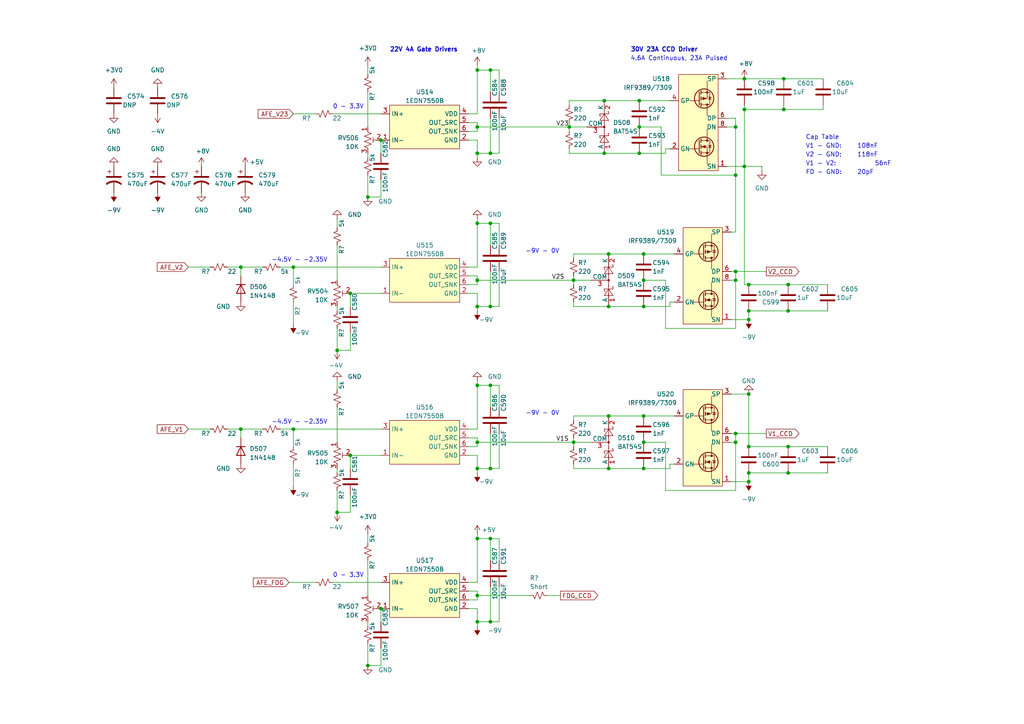
<source format=kicad_sch>
(kicad_sch (version 20230121) (generator eeschema)
  (paper "A4")
  (title_block (title "Sitina 1 CCD V Clock Drivers") (date "2023-08-17") (rev "R0.7") (company "Copyright 2023 AL") (comment 2 "MERCHANTABILITY, SATISFACTORY QUALITY AND FITNESS FOR A PARTICULAR PURPOSE.") (comment 3 "This source is distributed WITHOUT ANY EXPRESS OR IMPLIED WARRANTY, INCLUDING OF") (comment 4 "This source describes Open Hardware and is licensed under the CERN-OHL-P v2."))
  (lib_symbols
    (symbol "Device:C" (pin_numbers hide) (pin_names (offset 0.254))
      (property "Reference" "C" (at 0.635 2.54 0))
      (property "Value" "C" (at 0.635 -2.54 0))
      (symbol "C_1_1"
        (pin passive line (at 0 3.81 270) (length 2.794) (name "~") (number "1"))
        (pin passive line (at 0 -3.81 90) (length 2.794) (name "~") (number "2"))
      )
    )
    (symbol "Device:C_Polarized_US" (pin_numbers hide) (pin_names (offset 0.254) hide)
      (property "Reference" "C" (at 0.635 2.54 0))
      (property "Value" "C_Polarized_US" (at 0.635 -2.54 0))
      (symbol "C_Polarized_US_1_1"
        (pin passive line (at 0 3.81 270) (length 2.794) (name "~") (number "1"))
        (pin passive line (at 0 -3.81 90) (length 3.302) (name "~") (number "2"))
      )
    )
    (symbol "Device:D" (pin_numbers hide) (pin_names (offset 1.016) hide)
      (property "Reference" "D" (at 0 2.54 0))
      (property "Value" "D" (at 0 -2.54 0))
      (symbol "D_1_1"
        (pin passive line (at -3.81 0 0) (length 2.54) (name "K") (number "1"))
        (pin passive line (at 3.81 0 180) (length 2.54) (name "A") (number "2"))
      )
    )
    (symbol "Device:R_Potentiometer_Trim_US" (pin_names (offset 1.016) hide)
      (property "Reference" "RV" (at -4.445 0 90))
      (property "Value" "R_Potentiometer_Trim_US" (at -2.54 0 90))
      (symbol "R_Potentiometer_Trim_US_1_1"
        (pin passive line (at 0 3.81 270) (length 1.27) (name "1") (number "1"))
        (pin passive line (at 3.81 0 180) (length 1.27) (name "2") (number "2"))
        (pin passive line (at 0 -3.81 90) (length 1.27) (name "3") (number "3"))
      )
    )
    (symbol "Device:R_Small_US" (pin_numbers hide) (pin_names (offset 0.254) hide)
      (property "Reference" "R" (at 0.762 0.508 0))
      (property "Value" "R_Small_US" (at 0.762 -1.016 0))
      (symbol "R_Small_US_1_1"
        (pin passive line (at 0 2.54 270) (length 1.016) (name "~") (number "1"))
        (pin passive line (at 0 -2.54 90) (length 1.016) (name "~") (number "2"))
      )
    )
    (symbol "Diode:BAT54S" (pin_names (offset 0))
      (property "Reference" "D" (at 2.54 -5.08 0))
      (property "Value" "BAT54S" (at -6.35 3.175 0))
      (symbol "BAT54S_1_1"
        (pin passive line (at -7.62 0 0) (length 3.81) (name "A") (number "1"))
        (pin passive line (at 7.62 0 180) (length 3.81) (name "K") (number "2"))
        (pin passive line (at 0 -5.08 90) (length 5.08) (name "COM") (number "3"))
      )
    )
    (symbol "Sitina:-4V" (power) (pin_names (offset 0))
      (property "Value" "-4V" (at 0 3.556 0))
      (symbol "-4V_1_1"
        (pin power_in line (at 0 0 90) (length 0) hide (name "-4V") (number "1"))
      )
    )
    (symbol "power:+3V0" (power) (pin_names (offset 0))
      (property "Value" "+3V0" (at 0 3.556 0))
      (symbol "+3V0_1_1"
        (pin power_in line (at 0 0 90) (length 0) hide (name "+3V0") (number "1"))
      )
    )
    (symbol "power:+5V" (power) (pin_names (offset 0))
      (property "Value" "+5V" (at 0 3.556 0))
      (symbol "+5V_1_1"
        (pin power_in line (at 0 0 90) (length 0) hide (name "+5V") (number "1"))
      )
    )
    (symbol "power:+8V" (power) (pin_names (offset 0))
      (property "Value" "+8V" (at 0 3.556 0))
      (symbol "+8V_1_1"
        (pin power_in line (at 0 0 90) (length 0) hide (name "+8V") (number "1"))
      )
    )
    (symbol "power:-9V" (power) (pin_names (offset 0))
      (property "Value" "-9V" (at 0 3.81 0))
      (symbol "-9V_1_1"
        (pin power_in line (at 0 0 90) (length 0) hide (name "-9V") (number "1"))
      )
    )
    (symbol "power:GND" (power) (pin_names (offset 0))
      (property "Value" "GND" (at 0 -3.81 0))
      (symbol "GND_1_1"
        (pin power_in line (at 0 0 270) (length 0) hide (name "GND") (number "1"))
      )
    )
    (symbol "symbols:1EDNx550B"
      (property "Reference" "U" (at 0 0 0))
      (property "Value" "1EDNx550" (at 0 0 0))
      (symbol "1EDNx550B_1_1"
        (pin input line (at -2.54 -12.7 0) (length 2.54) (name "IN-") (number "1"))
        (pin passive line (at 22.86 -12.7 180) (length 2.54) (name "GND") (number "2"))
        (pin input line (at -2.54 -5.08 0) (length 2.54) (name "IN+") (number "3"))
        (pin power_in line (at 22.86 -5.08 180) (length 2.54) (name "VDD") (number "4"))
        (pin output line (at 22.86 -7.62 180) (length 2.54) (name "OUT_SRC") (number "5"))
        (pin output line (at 22.86 -10.16 180) (length 2.54) (name "OUT_SNK") (number "6"))
      )
    )
    (symbol "symbols:IRF9389BF"
      (property "Reference" "U" (at 1.27 1.27 0))
      (property "Value" "IRF9389BF" (at 8.89 1.27 0))
      (symbol "IRF9389BF_1_1"
        (pin bidirectional line (at 13.97 -27.94 180) (length 2.54) (name "SN") (number "1"))
        (pin input line (at -2.54 -22.86 0) (length 2.54) (name "GN") (number "2"))
        (pin bidirectional line (at 13.97 -2.54 180) (length 2.54) (name "SP") (number "3"))
        (pin input line (at -2.54 -8.89 0) (length 2.54) (name "GP") (number "4"))
        (pin bidirectional line (at 13.97 -13.97 180) (length 2.54) hide (name "DP") (number "5"))
        (pin bidirectional line (at 13.97 -13.97 180) (length 2.54) (name "DP") (number "6"))
        (pin bidirectional line (at 13.97 -16.51 180) (length 2.54) hide (name "DN") (number "7"))
        (pin bidirectional line (at 13.97 -16.51 180) (length 2.54) (name "DN") (number "8"))
      )
    )
  )
  (junction (at 85.09 124.46))
  (junction (at 185.42 36.83))
  (junction (at 110.49 40.64))
  (junction (at 138.43 156.21))
  (junction (at 176.53 135.89))
  (junction (at 215.9 31.75))
  (junction (at 106.68 193.04))
  (junction (at 138.43 172.72))
  (junction (at 110.49 176.53))
  (junction (at 142.24 64.77))
  (junction (at 228.6 129.54))
  (junction (at 185.42 29.21))
  (junction (at 213.36 128.27))
  (junction (at 138.43 180.34))
  (junction (at 138.43 64.77))
  (junction (at 165.1 36.83))
  (junction (at 138.43 88.9))
  (junction (at 176.53 88.9))
  (junction (at 186.69 128.27))
  (junction (at 228.6 90.17))
  (junction (at 176.53 73.66))
  (junction (at 217.17 137.16))
  (junction (at 142.24 156.21))
  (junction (at 227.33 22.86))
  (junction (at 142.24 180.34))
  (junction (at 138.43 81.28))
  (junction (at 138.43 36.83))
  (junction (at 97.79 101.6))
  (junction (at 217.17 82.55))
  (junction (at 186.69 120.65))
  (junction (at 142.24 88.9))
  (junction (at 213.36 81.28))
  (junction (at 186.69 73.66))
  (junction (at 175.26 44.45))
  (junction (at 138.43 128.27))
  (junction (at 142.24 111.76))
  (junction (at 186.69 81.28))
  (junction (at 138.43 135.89))
  (junction (at 213.36 50.8))
  (junction (at 166.37 81.28))
  (junction (at 101.6 132.08))
  (junction (at 227.33 31.75))
  (junction (at 142.24 20.32))
  (junction (at 138.43 111.76))
  (junction (at 228.6 137.16))
  (junction (at 213.36 125.73))
  (junction (at 106.68 57.15))
  (junction (at 175.26 29.21))
  (junction (at 185.42 44.45))
  (junction (at 217.17 139.7))
  (junction (at 213.36 36.83))
  (junction (at 85.09 77.47))
  (junction (at 228.6 82.55))
  (junction (at 142.24 44.45))
  (junction (at 186.69 88.9))
  (junction (at 101.6 85.09))
  (junction (at 217.17 90.17))
  (junction (at 176.53 120.65))
  (junction (at 215.9 22.86))
  (junction (at 217.17 129.54))
  (junction (at 166.37 128.27))
  (junction (at 138.43 44.45))
  (junction (at 69.85 124.46))
  (junction (at 186.69 135.89))
  (junction (at 215.9 48.26))
  (junction (at 213.36 78.74))
  (junction (at 97.79 148.59))
  (junction (at 138.43 20.32))
  (junction (at 69.85 77.47))
  (junction (at 217.17 114.3))
  (junction (at 142.24 135.89))
  (junction (at 217.17 92.71))
  (wire (pts (xy 138.43 64.77) (xy 142.24 64.77)))
  (wire (pts (xy 142.24 78.74) (xy 142.24 88.9)))
  (wire (pts (xy 213.36 81.28) (xy 213.36 95.25)))
  (wire (pts (xy 166.37 88.9) (xy 176.53 88.9)))
  (wire (pts (xy 138.43 20.32) (xy 138.43 33.02)))
  (wire (pts (xy 144.78 64.77) (xy 144.78 71.12)))
  (wire (pts (xy 135.89 168.91) (xy 138.43 168.91)))
  (wire (pts (xy 194.31 87.63) (xy 195.58 87.63)))
  (wire (pts (xy 217.17 129.54) (xy 228.6 129.54)))
  (wire (pts (xy 106.68 181.61) (xy 106.68 180.34)))
  (wire (pts (xy 215.9 22.86) (xy 227.33 22.86)))
  (wire (pts (xy 138.43 154.94) (xy 138.43 156.21)))
  (wire (pts (xy 144.78 170.18) (xy 144.78 180.34)))
  (wire (pts (xy 97.79 71.12) (xy 97.79 81.28)))
  (wire (pts (xy 101.6 96.52) (xy 101.6 101.6)))
  (wire (pts (xy 227.33 31.75) (xy 215.9 31.75)))
  (wire (pts (xy 142.24 64.77) (xy 144.78 64.77)))
  (wire (pts (xy 106.68 162.56) (xy 106.68 172.72)))
  (wire (pts (xy 138.43 38.1) (xy 135.89 38.1)))
  (wire (pts (xy 69.85 124.46) (xy 76.2 124.46)))
  (wire (pts (xy 240.03 90.17) (xy 228.6 90.17)))
  (wire (pts (xy 138.43 127) (xy 138.43 128.27)))
  (wire (pts (xy 217.17 90.17) (xy 228.6 90.17)))
  (wire (pts (xy 97.79 63.5) (xy 97.79 66.04)))
  (wire (pts (xy 138.43 19.05) (xy 138.43 20.32)))
  (wire (pts (xy 138.43 156.21) (xy 142.24 156.21)))
  (wire (pts (xy 144.78 180.34) (xy 142.24 180.34)))
  (wire (pts (xy 142.24 156.21) (xy 142.24 162.56)))
  (wire (pts (xy 144.78 135.89) (xy 142.24 135.89)))
  (wire (pts (xy 135.89 171.45) (xy 138.43 171.45)))
  (wire (pts (xy 138.43 180.34) (xy 138.43 181.61)))
  (wire (pts (xy 135.89 85.09) (xy 138.43 85.09)))
  (wire (pts (xy 142.24 170.18) (xy 142.24 180.34)))
  (wire (pts (xy 144.78 125.73) (xy 144.78 135.89)))
  (wire (pts (xy 138.43 173.99) (xy 135.89 173.99)))
  (wire (pts (xy 101.6 85.09) (xy 110.49 85.09)))
  (wire (pts (xy 215.9 82.55) (xy 217.17 82.55)))
  (wire (pts (xy 213.36 128.27) (xy 213.36 142.24)))
  (wire (pts (xy 227.33 30.48) (xy 227.33 31.75)))
  (wire (pts (xy 166.37 120.65) (xy 166.37 121.92)))
  (wire (pts (xy 213.36 50.8) (xy 191.77 50.8)))
  (wire (pts (xy 135.89 40.64) (xy 138.43 40.64)))
  (wire (pts (xy 138.43 36.83) (xy 165.1 36.83)))
  (wire (pts (xy 81.28 124.46) (xy 85.09 124.46)))
  (wire (pts (xy 213.36 34.29) (xy 213.36 36.83)))
  (wire (pts (xy 106.68 186.69) (xy 106.68 193.04)))
  (wire (pts (xy 176.53 120.65) (xy 186.69 120.65)))
  (wire (pts (xy 85.09 33.02) (xy 91.44 33.02)))
  (wire (pts (xy 69.85 77.47) (xy 76.2 77.47)))
  (wire (pts (xy 66.04 77.47) (xy 69.85 77.47)))
  (wire (pts (xy 166.37 73.66) (xy 176.53 73.66)))
  (wire (pts (xy 138.43 156.21) (xy 138.43 168.91)))
  (wire (pts (xy 106.68 19.05) (xy 106.68 21.59)))
  (wire (pts (xy 193.04 43.18) (xy 194.31 43.18)))
  (wire (pts (xy 138.43 132.08) (xy 138.43 135.89)))
  (wire (pts (xy 69.85 80.01) (xy 69.85 77.47)))
  (wire (pts (xy 101.6 101.6) (xy 97.79 101.6)))
  (wire (pts (xy 186.69 120.65) (xy 195.58 120.65)))
  (wire (pts (xy 166.37 135.89) (xy 176.53 135.89)))
  (wire (pts (xy 138.43 81.28) (xy 166.37 81.28)))
  (wire (pts (xy 135.89 77.47) (xy 138.43 77.47)))
  (wire (pts (xy 110.49 187.96) (xy 110.49 193.04)))
  (wire (pts (xy 138.43 85.09) (xy 138.43 88.9)))
  (wire (pts (xy 110.49 193.04) (xy 106.68 193.04)))
  (wire (pts (xy 138.43 64.77) (xy 138.43 77.47)))
  (wire (pts (xy 194.31 88.9) (xy 186.69 88.9)))
  (wire (pts (xy 228.6 82.55) (xy 240.03 82.55)))
  (wire (pts (xy 110.49 176.53) (xy 110.49 180.34)))
  (wire (pts (xy 138.43 40.64) (xy 138.43 44.45)))
  (wire (pts (xy 220.98 49.53) (xy 220.98 48.26)))
  (wire (pts (xy 138.43 171.45) (xy 138.43 172.72)))
  (wire (pts (xy 110.49 52.07) (xy 110.49 57.15)))
  (wire (pts (xy 212.09 139.7) (xy 217.17 139.7)))
  (wire (pts (xy 142.24 111.76) (xy 142.24 118.11)))
  (wire (pts (xy 191.77 50.8) (xy 191.77 36.83)))
  (wire (pts (xy 144.78 44.45) (xy 142.24 44.45)))
  (wire (pts (xy 144.78 88.9) (xy 142.24 88.9)))
  (wire (pts (xy 166.37 81.28) (xy 166.37 82.55)))
  (wire (pts (xy 142.24 34.29) (xy 142.24 44.45)))
  (wire (pts (xy 176.53 73.66) (xy 186.69 73.66)))
  (wire (pts (xy 144.78 34.29) (xy 144.78 44.45)))
  (wire (pts (xy 185.42 29.21) (xy 194.31 29.21)))
  (wire (pts (xy 193.04 81.28) (xy 186.69 81.28)))
  (wire (pts (xy 194.31 135.89) (xy 186.69 135.89)))
  (wire (pts (xy 142.24 88.9) (xy 138.43 88.9)))
  (wire (pts (xy 165.1 36.83) (xy 165.1 38.1)))
  (wire (pts (xy 66.04 124.46) (xy 69.85 124.46)))
  (wire (pts (xy 85.09 134.62) (xy 85.09 140.97)))
  (wire (pts (xy 96.52 168.91) (xy 110.49 168.91)))
  (wire (pts (xy 166.37 128.27) (xy 171.45 128.27)))
  (wire (pts (xy 240.03 137.16) (xy 228.6 137.16)))
  (wire (pts (xy 138.43 111.76) (xy 142.24 111.76)))
  (wire (pts (xy 193.04 95.25) (xy 193.04 81.28)))
  (wire (pts (xy 85.09 87.63) (xy 85.09 93.98)))
  (wire (pts (xy 138.43 44.45) (xy 138.43 45.72)))
  (wire (pts (xy 193.04 44.45) (xy 185.42 44.45)))
  (wire (pts (xy 138.43 128.27) (xy 166.37 128.27)))
  (wire (pts (xy 210.82 48.26) (xy 215.9 48.26)))
  (wire (pts (xy 213.36 125.73) (xy 222.25 125.73)))
  (wire (pts (xy 138.43 36.83) (xy 138.43 38.1)))
  (wire (pts (xy 212.09 78.74) (xy 213.36 78.74)))
  (wire (pts (xy 238.76 30.48) (xy 238.76 31.75)))
  (wire (pts (xy 212.09 125.73) (xy 213.36 125.73)))
  (wire (pts (xy 97.79 142.24) (xy 97.79 148.59)))
  (wire (pts (xy 193.04 43.18) (xy 193.04 44.45)))
  (wire (pts (xy 81.28 77.47) (xy 85.09 77.47)))
  (wire (pts (xy 138.43 172.72) (xy 153.67 172.72)))
  (wire (pts (xy 135.89 80.01) (xy 138.43 80.01)))
  (wire (pts (xy 142.24 125.73) (xy 142.24 135.89)))
  (wire (pts (xy 162.56 172.72) (xy 158.75 172.72)))
  (wire (pts (xy 135.89 127) (xy 138.43 127)))
  (wire (pts (xy 138.43 135.89) (xy 138.43 137.16)))
  (wire (pts (xy 186.69 73.66) (xy 195.58 73.66)))
  (wire (pts (xy 138.43 81.28) (xy 138.43 82.55)))
  (wire (pts (xy 142.24 135.89) (xy 138.43 135.89)))
  (wire (pts (xy 210.82 34.29) (xy 213.36 34.29)))
  (wire (pts (xy 217.17 82.55) (xy 228.6 82.55)))
  (wire (pts (xy 144.78 78.74) (xy 144.78 88.9)))
  (wire (pts (xy 175.26 29.21) (xy 185.42 29.21)))
  (wire (pts (xy 144.78 20.32) (xy 144.78 26.67)))
  (wire (pts (xy 138.43 80.01) (xy 138.43 81.28)))
  (wire (pts (xy 213.36 50.8) (xy 213.36 67.31)))
  (wire (pts (xy 210.82 22.86) (xy 215.9 22.86)))
  (wire (pts (xy 138.43 63.5) (xy 138.43 64.77)))
  (wire (pts (xy 54.61 124.46) (xy 60.96 124.46)))
  (wire (pts (xy 175.26 44.45) (xy 185.42 44.45)))
  (wire (pts (xy 138.43 172.72) (xy 138.43 173.99)))
  (wire (pts (xy 97.79 95.25) (xy 97.79 101.6)))
  (wire (pts (xy 193.04 128.27) (xy 186.69 128.27)))
  (wire (pts (xy 138.43 176.53) (xy 138.43 180.34)))
  (wire (pts (xy 142.24 64.77) (xy 142.24 71.12)))
  (wire (pts (xy 138.43 20.32) (xy 142.24 20.32)))
  (wire (pts (xy 166.37 134.62) (xy 166.37 135.89)))
  (wire (pts (xy 85.09 124.46) (xy 85.09 129.54)))
  (wire (pts (xy 166.37 81.28) (xy 171.45 81.28)))
  (wire (pts (xy 165.1 44.45) (xy 175.26 44.45)))
  (wire (pts (xy 213.36 78.74) (xy 222.25 78.74)))
  (wire (pts (xy 106.68 26.67) (xy 106.68 36.83)))
  (wire (pts (xy 135.89 132.08) (xy 138.43 132.08)))
  (wire (pts (xy 138.43 110.49) (xy 138.43 111.76)))
  (wire (pts (xy 228.6 129.54) (xy 240.03 129.54)))
  (wire (pts (xy 142.24 20.32) (xy 144.78 20.32)))
  (wire (pts (xy 217.17 137.16) (xy 217.17 139.7)))
  (wire (pts (xy 142.24 111.76) (xy 144.78 111.76)))
  (wire (pts (xy 212.09 114.3) (xy 217.17 114.3)))
  (wire (pts (xy 101.6 143.51) (xy 101.6 148.59)))
  (wire (pts (xy 106.68 50.8) (xy 106.68 57.15)))
  (wire (pts (xy 142.24 156.21) (xy 144.78 156.21)))
  (wire (pts (xy 213.36 78.74) (xy 213.36 81.28)))
  (wire (pts (xy 217.17 90.17) (xy 217.17 92.71)))
  (wire (pts (xy 110.49 40.64) (xy 110.49 44.45)))
  (wire (pts (xy 227.33 22.86) (xy 238.76 22.86)))
  (wire (pts (xy 144.78 111.76) (xy 144.78 118.11)))
  (wire (pts (xy 97.79 118.11) (xy 97.79 128.27)))
  (wire (pts (xy 210.82 36.83) (xy 213.36 36.83)))
  (wire (pts (xy 142.24 20.32) (xy 142.24 26.67)))
  (wire (pts (xy 138.43 35.56) (xy 138.43 36.83)))
  (wire (pts (xy 85.09 77.47) (xy 85.09 82.55)))
  (wire (pts (xy 166.37 87.63) (xy 166.37 88.9)))
  (wire (pts (xy 101.6 148.59) (xy 97.79 148.59)))
  (wire (pts (xy 165.1 43.18) (xy 165.1 44.45)))
  (wire (pts (xy 135.89 176.53) (xy 138.43 176.53)))
  (wire (pts (xy 101.6 132.08) (xy 101.6 135.89)))
  (wire (pts (xy 142.24 180.34) (xy 138.43 180.34)))
  (wire (pts (xy 142.24 44.45) (xy 138.43 44.45)))
  (wire (pts (xy 194.31 134.62) (xy 195.58 134.62)))
  (wire (pts (xy 217.17 114.3) (xy 217.17 129.54)))
  (wire (pts (xy 212.09 67.31) (xy 213.36 67.31)))
  (wire (pts (xy 83.82 168.91) (xy 91.44 168.91)))
  (wire (pts (xy 101.6 132.08) (xy 110.49 132.08)))
  (wire (pts (xy 217.17 137.16) (xy 228.6 137.16)))
  (wire (pts (xy 166.37 80.01) (xy 166.37 81.28)))
  (wire (pts (xy 213.36 81.28) (xy 212.09 81.28)))
  (wire (pts (xy 85.09 124.46) (xy 110.49 124.46)))
  (wire (pts (xy 144.78 156.21) (xy 144.78 162.56)))
  (wire (pts (xy 166.37 73.66) (xy 166.37 74.93)))
  (wire (pts (xy 194.31 134.62) (xy 194.31 135.89)))
  (wire (pts (xy 165.1 36.83) (xy 170.18 36.83)))
  (wire (pts (xy 110.49 57.15) (xy 106.68 57.15)))
  (wire (pts (xy 69.85 127) (xy 69.85 124.46)))
  (wire (pts (xy 213.36 142.24) (xy 193.04 142.24)))
  (wire (pts (xy 213.36 36.83) (xy 213.36 50.8)))
  (wire (pts (xy 215.9 31.75) (xy 215.9 48.26)))
  (wire (pts (xy 97.79 90.17) (xy 97.79 88.9)))
  (wire (pts (xy 135.89 33.02) (xy 138.43 33.02)))
  (wire (pts (xy 138.43 128.27) (xy 138.43 129.54)))
  (wire (pts (xy 176.53 88.9) (xy 186.69 88.9)))
  (wire (pts (xy 220.98 48.26) (xy 215.9 48.26)))
  (wire (pts (xy 194.31 87.63) (xy 194.31 88.9)))
  (wire (pts (xy 165.1 29.21) (xy 175.26 29.21)))
  (wire (pts (xy 165.1 35.56) (xy 165.1 36.83)))
  (wire (pts (xy 106.68 45.72) (xy 106.68 44.45)))
  (wire (pts (xy 193.04 142.24) (xy 193.04 128.27)))
  (wire (pts (xy 191.77 36.83) (xy 185.42 36.83)))
  (wire (pts (xy 106.68 154.94) (xy 106.68 157.48)))
  (wire (pts (xy 138.43 88.9) (xy 138.43 90.17)))
  (wire (pts (xy 96.52 33.02) (xy 110.49 33.02)))
  (wire (pts (xy 97.79 137.16) (xy 97.79 135.89)))
  (wire (pts (xy 165.1 29.21) (xy 165.1 30.48)))
  (wire (pts (xy 138.43 129.54) (xy 135.89 129.54)))
  (wire (pts (xy 135.89 124.46) (xy 138.43 124.46)))
  (wire (pts (xy 213.36 125.73) (xy 213.36 128.27)))
  (wire (pts (xy 85.09 77.47) (xy 110.49 77.47)))
  (wire (pts (xy 166.37 120.65) (xy 176.53 120.65)))
  (wire (pts (xy 97.79 110.49) (xy 97.79 113.03)))
  (wire (pts (xy 213.36 95.25) (xy 193.04 95.25)))
  (wire (pts (xy 215.9 31.75) (xy 215.9 30.48)))
  (wire (pts (xy 166.37 127) (xy 166.37 128.27)))
  (wire (pts (xy 138.43 82.55) (xy 135.89 82.55)))
  (wire (pts (xy 138.43 111.76) (xy 138.43 124.46)))
  (wire (pts (xy 238.76 31.75) (xy 227.33 31.75)))
  (wire (pts (xy 212.09 92.71) (xy 217.17 92.71)))
  (wire (pts (xy 176.53 135.89) (xy 186.69 135.89)))
  (wire (pts (xy 54.61 77.47) (xy 60.96 77.47)))
  (wire (pts (xy 135.89 35.56) (xy 138.43 35.56)))
  (wire (pts (xy 101.6 85.09) (xy 101.6 88.9)))
  (wire (pts (xy 166.37 128.27) (xy 166.37 129.54)))
  (wire (pts (xy 215.9 48.26) (xy 215.9 82.55)))
  (wire (pts (xy 213.36 128.27) (xy 212.09 128.27)))
  (text "0 - 3.3V" (at 96.52 31.75 0) (effects (font (size 1.27 1.27)) (justify left bottom)))
  (text "-9V - 0V" (at 152.4 120.65 0) (effects (font (size 1.27 1.27)) (justify left bottom)))
  (text "-9V - 0V" (at 152.4 73.66 0) (effects (font (size 1.27 1.27)) (justify left bottom)))
  (text "V2 - GND:	118nF" (at 233.68 45.72 0) (effects (font (size 1.27 1.27)) (justify left bottom)))
  (text "30V 23A CCD Driver" (at 182.88 15.24 0) (effects (font (size 1.27 1.27) (thickness 0.254) bold) (justify left bottom)))
  (text "V1 - GND:	108nF" (at 233.68 43.18 0) (effects (font (size 1.27 1.27)) (justify left bottom)))
  (text "Cap Table" (at 233.68 40.64 0) (effects (font (size 1.27 1.27)) (justify left bottom)))
  (text "4.6A Continuous, 23A Pulsed" (at 182.88 17.78 0) (effects (font (size 1.27 1.27)) (justify left bottom)))
  (text "22V 4A Gate Drivers" (at 113.03 15.24 0) (effects (font (size 1.27 1.27) (thickness 0.254) bold) (justify left bottom)))
  (text "0 - 3.3V" (at 96.52 167.64 0) (effects (font (size 1.27 1.27)) (justify left bottom)))
  (text "V1 - V2:		56nF" (at 233.68 48.26 0) (effects (font (size 1.27 1.27)) (justify left bottom)))
  (text "-4.5V - -2.35V" (at 78.74 123.19 0) (effects (font (size 1.27 1.27)) (justify left bottom)))
  (text "-4.5V - -2.35V" (at 78.74 76.2 0) (effects (font (size 1.27 1.27)) (justify left bottom)))
  (text "FD - GND:	20pF" (at 233.68 50.8 0) (effects (font (size 1.27 1.27)) (justify left bottom)))
  (label "V2S" (at 160.02 81.28 0))
  (label "V23" (at 161.29 36.83 0))
  (label "V1S" (at 161.29 128.27 0))
  (global_label "V2_CCD" (shape output) (at 222.25 78.74 0) (property "Intersheetrefs" "${INTERSHEET_REFS}" (effects hide)))
  (global_label "AFE_V23" (shape input) (at 85.09 33.02 180) (property "Intersheetrefs" "${INTERSHEET_REFS}" (effects hide)))
  (global_label "FDG_CCD" (shape output) (at 162.56 172.72 0) (property "Intersheetrefs" "${INTERSHEET_REFS}" (effects hide)))
  (global_label "AFE_V1" (shape input) (at 54.61 124.46 180) (property "Intersheetrefs" "${INTERSHEET_REFS}" (effects hide)))
  (global_label "V1_CCD" (shape output) (at 222.25 125.73 0) (property "Intersheetrefs" "${INTERSHEET_REFS}" (effects hide)))
  (global_label "AFE_FDG" (shape input) (at 83.82 168.91 180) (property "Intersheetrefs" "${INTERSHEET_REFS}" (effects hide)))
  (global_label "AFE_V2" (shape input) (at 54.61 77.47 180) (property "Intersheetrefs" "${INTERSHEET_REFS}" (effects hide)))
  (symbol (lib_id "Device:C") (at 101.6 139.7 180) (unit 1)
    (property "Reference" "C581" (at 102.87 137.16 90) (effects (justify right)))
    (property "Value" "100nF" (at 102.87 147.32 90) (effects (justify right)))
    (property "Footprint" "Capacitor_SMD:C_0402_1005Metric" (effects hide))
  )
  (symbol (lib_id "power:GND") (at 45.72 25.4 0) (mirror x) (unit 1)
    (property "Reference" "#PWR0582" (effects hide))
    (property "Value" "GND" (at 45.72 20.32 0))
  )
  (symbol (lib_id "Device:R_Potentiometer_Trim_US") (at 97.79 132.08 0) (unit 1)
    (property "Reference" "RV505" (at 95.25 131.445 0) (effects (justify right)))
    (property "Value" "10K" (at 95.25 133.985 0) (effects (justify right)))
    (property "Footprint" "Potentiometer_SMD:Potentiometer_Bourns_3214G_Horizontal" (effects hide))
  )
  (symbol (lib_id "Device:C") (at 186.69 77.47 180) (unit 1)
    (property "Reference" "C594" (at 189.23 76.2 0) (effects (justify right)))
    (property "Value" "1nF" (at 189.23 78.74 0) (effects (justify right)))
    (property "Footprint" "Capacitor_SMD:C_0402_1005Metric" (effects hide))
  )
  (symbol (lib_id "Device:C") (at 110.49 48.26 180) (unit 1)
    (property "Reference" "C582" (at 111.76 45.72 90) (effects (justify right)))
    (property "Value" "100nF" (at 111.76 55.88 90) (effects (justify right)))
    (property "Footprint" "Capacitor_SMD:C_0402_1005Metric" (effects hide))
  )
  (symbol (lib_id "symbols:IRF9389BF") (at 198.12 111.76 0) (unit 1)
    (property "Reference" "U520" (at 193.04 114.3 0))
    (property "Value" "IRF9389/7309" (at 189.23 116.84 0))
    (property "Footprint" "Package_SO:SOIC-8_3.9x4.9mm_P1.27mm" (effects hide))
    (property "Datasheet" "https://www.infineon.com/dgdl/Infineon-IRF9389-DataSheet-v01_01-EN.pdf" (effects hide))
  )
  (symbol (lib_id "Sitina:-4V") (at 45.72 33.02 0) (mirror x) (unit 1)
    (property "Reference" "#PWR0583" (effects hide))
    (property "Value" "-4V" (at 45.72 38.1 0))
  )
  (symbol (lib_id "power:+8V") (at 58.42 48.26 0) (unit 1)
    (property "Reference" "#PWR0586" (effects hide))
    (property "Value" "+8V" (at 58.801 43.8658 0))
  )
  (symbol (lib_id "symbols:1EDNx550B") (at 113.03 72.39 0) (unit 1)
    (property "Reference" "U515" (at 123.19 71.12 0))
    (property "Value" "1EDN7550B" (at 123.19 73.66 0))
    (property "Footprint" "Package_TO_SOT_SMD:SOT-23-6_Handsoldering" (effects hide))
    (property "Datasheet" "https://www.infineon.com/dgdl/Infineon-1EDN6550B-DataSheet-v02_03-EN.pdf" (effects hide))
  )
  (symbol (lib_id "Device:R_Small_US") (at 93.98 33.02 90) (mirror x) (unit 1)
    (property "Reference" "R?" (at 90.17 34.29 90) (effects (justify left)))
    (property "Value" "22" (at 99.06 34.29 90) (effects (justify left)))
    (property "Footprint" "Resistor_SMD:R_0402_1005Metric" (effects hide))
    (instances (project "pcb" (path "" (reference "R?") (unit 1)) (path "" (reference "R540") (unit 1))))
  )
  (symbol (lib_id "Device:D") (at 69.85 83.82 270) (unit 1)
    (property "Reference" "D506" (at 72.39 83.185 90) (effects (justify left)))
    (property "Value" "1N4148" (at 72.39 85.725 90) (effects (justify left)))
    (property "Footprint" "Diode_SMD:D_SOD-523" (effects hide))
    (property "Sim.Device" "D" (effects hide))
    (property "Sim.Pins" "1=K 2=A" (effects hide))
  )
  (symbol (lib_id "power:-9V") (at 85.09 93.98 180) (unit 1)
    (property "Reference" "#PWR0592" (effects hide))
    (property "Value" "-9V" (at 87.63 96.52 0))
  )
  (symbol (lib_id "power:GND") (at 69.85 87.63 0) (mirror y) (unit 1)
    (property "Reference" "#PWR0588" (effects hide))
    (property "Value" "GND" (at 64.77 88.9 0))
  )
  (symbol (lib_id "Device:C") (at 228.6 86.36 180) (unit 1)
    (property "Reference" "C602" (at 232.41 83.82 0) (effects (justify right)))
    (property "Value" "1uF" (at 231.14 86.36 0) (effects (justify right)))
    (property "Footprint" "Capacitor_SMD:C_0402_1005Metric" (effects hide))
  )
  (symbol (lib_id "Device:R_Potentiometer_Trim_US") (at 106.68 40.64 0) (unit 1)
    (property "Reference" "RV506" (at 104.14 40.005 0) (effects (justify right)))
    (property "Value" "10K" (at 104.14 42.545 0) (effects (justify right)))
    (property "Footprint" "Potentiometer_SMD:Potentiometer_Bourns_3214G_Horizontal" (effects hide))
  )
  (symbol (lib_id "Device:C") (at 110.49 184.15 180) (unit 1)
    (property "Reference" "C583" (at 111.76 181.61 90) (effects (justify right)))
    (property "Value" "100nF" (at 111.76 191.77 90) (effects (justify right)))
    (property "Footprint" "Capacitor_SMD:C_0402_1005Metric" (effects hide))
  )
  (symbol (lib_id "Device:C") (at 228.6 133.35 180) (unit 1)
    (property "Reference" "C603" (at 232.41 130.81 0) (effects (justify right)))
    (property "Value" "1uF" (at 231.14 133.35 0) (effects (justify right)))
    (property "Footprint" "Capacitor_SMD:C_0402_1005Metric" (effects hide))
  )
  (symbol (lib_id "power:-9V") (at 138.43 181.61 180) (unit 1)
    (property "Reference" "#PWR0609" (effects hide))
    (property "Value" "-9V" (at 143.51 182.88 0))
  )
  (symbol (lib_id "Device:C") (at 186.69 124.46 180) (unit 1)
    (property "Reference" "C596" (at 189.23 123.19 0) (effects (justify right)))
    (property "Value" "1nF" (at 189.23 125.73 0) (effects (justify right)))
    (property "Footprint" "Capacitor_SMD:C_0402_1005Metric" (effects hide))
  )
  (symbol (lib_id "power:-9V") (at 217.17 139.7 180) (unit 1)
    (property "Reference" "#PWR0613" (effects hide))
    (property "Value" "-9V" (at 217.17 144.78 0))
  )
  (symbol (lib_id "Device:C") (at 240.03 133.35 180) (unit 1)
    (property "Reference" "C606" (at 243.84 130.81 0) (effects (justify right)))
    (property "Value" "10uF" (at 242.57 133.35 0) (effects (justify right)))
    (property "Footprint" "Capacitor_SMD:C_0603_1608Metric" (effects hide))
  )
  (symbol (lib_id "Device:R_Small_US") (at 85.09 132.08 0) (mirror x) (unit 1)
    (property "Reference" "R?" (at 86.36 135.89 90) (effects (justify left)))
    (property "Value" "5k" (at 86.36 127 90) (effects (justify left)))
    (property "Footprint" "Resistor_SMD:R_0402_1005Metric" (effects hide))
    (instances (project "pcb" (path "" (reference "R?") (unit 1)) (path "" (reference "R539") (unit 1))))
  )
  (symbol (lib_id "Diode:BAT54S") (at 175.26 36.83 270) (mirror x) (unit 1)
    (property "Reference" "D508" (at 177.8 35.56 90) (effects (justify left)))
    (property "Value" "BAT54S" (at 177.8 38.1 90) (effects (justify left)))
    (property "Footprint" "Package_TO_SOT_SMD:SOT-23" (effects hide))
    (property "Datasheet" "https://www.diodes.com/assets/Datasheets/ds11005.pdf" (effects hide))
  )
  (symbol (lib_id "power:+8V") (at 215.9 22.86 0) (unit 1)
    (property "Reference" "#PWR0610" (effects hide))
    (property "Value" "+8V" (at 216.281 18.4658 0))
  )
  (symbol (lib_id "Device:C") (at 142.24 30.48 180) (unit 1)
    (property "Reference" "C584" (at 143.51 27.94 90) (effects (justify right)))
    (property "Value" "100nF" (at 143.51 38.1 90) (effects (justify right)))
    (property "Footprint" "Capacitor_SMD:C_0402_1005Metric" (effects hide))
  )
  (symbol (lib_id "Device:C_Polarized_US") (at 71.12 52.07 0) (unit 1)
    (property "Reference" "C579" (at 74.93 50.8 0) (effects (justify left)))
    (property "Value" "470uF" (at 74.93 53.34 0) (effects (justify left)))
    (property "Footprint" "Capacitor_SMD:C_Elec_6.3x7.7" (effects hide))
  )
  (symbol (lib_id "Device:R_Small_US") (at 166.37 132.08 0) (mirror x) (unit 1)
    (property "Reference" "R?" (at 167.64 130.81 0) (effects (justify left)))
    (property "Value" "220" (at 167.64 133.35 0) (effects (justify left)))
    (property "Footprint" "Resistor_SMD:R_0402_1005Metric" (effects hide))
    (instances (project "pcb" (path "" (reference "R?") (unit 1)) (path "" (reference "R559") (unit 1))))
  )
  (symbol (lib_id "Device:C_Polarized_US") (at 33.02 52.07 0) (unit 1)
    (property "Reference" "C575" (at 36.83 50.8 0) (effects (justify left)))
    (property "Value" "470uF" (at 36.83 53.34 0) (effects (justify left)))
    (property "Footprint" "Capacitor_SMD:C_Elec_6.3x7.7" (effects hide))
  )
  (symbol (lib_id "power:GND") (at 220.98 49.53 0) (mirror y) (unit 1)
    (property "Reference" "#PWR0614" (effects hide))
    (property "Value" "GND" (at 220.98 54.61 0))
  )
  (symbol (lib_id "power:GND") (at 138.43 45.72 0) (mirror y) (unit 1)
    (property "Reference" "#PWR0603" (effects hide))
    (property "Value" "GND" (at 143.51 46.99 0))
  )
  (symbol (lib_id "power:+5V") (at 71.12 48.26 0) (unit 1)
    (property "Reference" "#PWR0590" (effects hide))
    (property "Value" "+5V" (at 72.39 46.99 0) (effects (justify left)))
  )
  (symbol (lib_id "Device:C") (at 144.78 166.37 180) (unit 1)
    (property "Reference" "C591" (at 146.05 163.83 90) (effects (justify right)))
    (property "Value" "10uF" (at 146.05 173.99 90) (effects (justify right)))
    (property "Footprint" "Capacitor_SMD:C_0603_1608Metric" (effects hide))
  )
  (symbol (lib_id "Device:C") (at 33.02 29.21 180) (unit 1)
    (property "Reference" "C574" (at 36.83 27.94 0) (effects (justify right)))
    (property "Value" "DNP" (at 35.56 30.48 0) (effects (justify right)))
    (property "Footprint" "Capacitor_SMD:C_0402_1005Metric" (effects hide))
  )
  (symbol (lib_id "Device:C") (at 186.69 132.08 180) (unit 1)
    (property "Reference" "C597" (at 189.23 130.81 0) (effects (justify right)))
    (property "Value" "1nF" (at 189.23 133.35 0) (effects (justify right)))
    (property "Footprint" "Capacitor_SMD:C_0402_1005Metric" (effects hide))
  )
  (symbol (lib_id "Device:C") (at 142.24 166.37 180) (unit 1)
    (property "Reference" "C587" (at 143.51 163.83 90) (effects (justify right)))
    (property "Value" "100nF" (at 143.51 173.99 90) (effects (justify right)))
    (property "Footprint" "Capacitor_SMD:C_0402_1005Metric" (effects hide))
  )
  (symbol (lib_id "power:GND") (at 71.12 55.88 0) (unit 1)
    (property "Reference" "#PWR0591" (effects hide))
    (property "Value" "GND" (at 71.12 60.96 0))
  )
  (symbol (lib_id "power:GND") (at 138.43 110.49 0) (mirror x) (unit 1)
    (property "Reference" "#PWR0606" (effects hide))
    (property "Value" "GND" (at 143.51 109.22 0))
  )
  (symbol (lib_id "Device:C") (at 142.24 121.92 180) (unit 1)
    (property "Reference" "C586" (at 143.51 119.38 90) (effects (justify right)))
    (property "Value" "100nF" (at 143.51 129.54 90) (effects (justify right)))
    (property "Footprint" "Capacitor_SMD:C_0402_1005Metric" (effects hide))
  )
  (symbol (lib_id "Device:R_Small_US") (at 63.5 77.47 90) (mirror x) (unit 1)
    (property "Reference" "R?" (at 60.96 78.74 90) (effects (justify left)))
    (property "Value" "22" (at 68.58 78.74 90) (effects (justify left)))
    (property "Footprint" "Resistor_SMD:R_0402_1005Metric" (effects hide))
    (instances (project "pcb" (path "" (reference "R?") (unit 1)) (path "" (reference "R534") (unit 1))))
  )
  (symbol (lib_id "symbols:1EDNx550B") (at 113.03 27.94 0) (unit 1)
    (property "Reference" "U514" (at 123.19 26.67 0))
    (property "Value" "1EDN7550B" (at 123.19 29.21 0))
    (property "Footprint" "Package_TO_SOT_SMD:SOT-23-6_Handsoldering" (effects hide))
    (property "Datasheet" "https://www.infineon.com/dgdl/Infineon-1EDN6550B-DataSheet-v02_03-EN.pdf" (effects hide))
  )
  (symbol (lib_id "power:GND") (at 33.02 33.02 0) (mirror y) (unit 1)
    (property "Reference" "#PWR0579" (effects hide))
    (property "Value" "GND" (at 33.02 38.1 0))
  )
  (symbol (lib_id "Device:D") (at 69.85 130.81 270) (unit 1)
    (property "Reference" "D507" (at 72.39 130.175 90) (effects (justify left)))
    (property "Value" "1N4148" (at 72.39 132.715 90) (effects (justify left)))
    (property "Footprint" "Diode_SMD:D_SOD-523" (effects hide))
    (property "Sim.Device" "D" (effects hide))
    (property "Sim.Pins" "1=K 2=A" (effects hide))
  )
  (symbol (lib_id "power:+3V0") (at 33.02 25.4 0) (unit 1)
    (property "Reference" "#PWR0555" (effects hide))
    (property "Value" "+3V0" (at 33.02 20.32 0))
    (instances (project "pcb" (path "" (reference "#PWR0555") (unit 1)) (path "" (reference "#PWR0600") (unit 1))))
  )
  (symbol (lib_id "power:-9V") (at 217.17 92.71 180) (unit 1)
    (property "Reference" "#PWR0611" (effects hide))
    (property "Value" "-9V" (at 217.17 97.79 0))
  )
  (symbol (lib_id "Diode:BAT54S") (at 176.53 81.28 270) (mirror x) (unit 1)
    (property "Reference" "D509" (at 179.07 80.01 90) (effects (justify left)))
    (property "Value" "BAT54S" (at 179.07 82.55 90) (effects (justify left)))
    (property "Footprint" "Package_TO_SOT_SMD:SOT-23" (effects hide))
    (property "Datasheet" "https://www.diodes.com/assets/Datasheets/ds11005.pdf" (effects hide))
  )
  (symbol (lib_id "Device:R_Small_US") (at 166.37 77.47 0) (mirror x) (unit 1)
    (property "Reference" "R?" (at 167.64 76.2 0) (effects (justify left)))
    (property "Value" "220" (at 167.64 78.74 0) (effects (justify left)))
    (property "Footprint" "Resistor_SMD:R_0402_1005Metric" (effects hide))
    (instances (project "pcb" (path "" (reference "R?") (unit 1)) (path "" (reference "R556") (unit 1))))
  )
  (symbol (lib_id "power:GND") (at 106.68 57.15 0) (mirror y) (unit 1)
    (property "Reference" "#PWR0599" (effects hide))
    (property "Value" "GND" (at 111.76 58.42 0))
  )
  (symbol (lib_id "Device:C") (at 238.76 26.67 180) (unit 1)
    (property "Reference" "C604" (at 242.57 24.13 0) (effects (justify right)))
    (property "Value" "10uF" (at 241.3 26.67 0) (effects (justify right)))
    (property "Footprint" "Capacitor_SMD:C_0603_1608Metric" (effects hide))
  )
  (symbol (lib_id "power:GND") (at 45.72 48.26 180) (unit 1)
    (property "Reference" "#PWR0584" (effects hide))
    (property "Value" "GND" (at 45.72 43.18 0))
  )
  (symbol (lib_id "Device:R_Small_US") (at 97.79 139.7 0) (mirror x) (unit 1)
    (property "Reference" "R?" (at 99.06 142.24 90) (effects (justify left)))
    (property "Value" "5k" (at 99.06 135.89 90) (effects (justify left)))
    (property "Footprint" "Resistor_SMD:R_0402_1005Metric" (effects hide))
    (instances (project "pcb" (path "" (reference "R?") (unit 1)) (path "" (reference "R545") (unit 1))))
  )
  (symbol (lib_id "Device:R_Small_US") (at 106.68 160.02 0) (mirror x) (unit 1)
    (property "Reference" "R?" (at 107.95 162.56 90) (effects (justify left)))
    (property "Value" "5k" (at 107.95 154.94 90) (effects (justify left)))
    (property "Footprint" "Resistor_SMD:R_0402_1005Metric" (effects hide))
    (instances (project "pcb" (path "" (reference "R?") (unit 1)) (path "" (reference "R548") (unit 1))))
  )
  (symbol (lib_id "power:GND") (at 138.43 63.5 0) (mirror x) (unit 1)
    (property "Reference" "#PWR0604" (effects hide))
    (property "Value" "GND" (at 143.51 62.23 0))
  )
  (symbol (lib_id "power:-9V") (at 85.09 140.97 180) (unit 1)
    (property "Reference" "#PWR0593" (effects hide))
    (property "Value" "-9V" (at 87.63 143.51 0))
  )
  (symbol (lib_id "Device:C") (at 144.78 74.93 180) (unit 1)
    (property "Reference" "C589" (at 146.05 72.39 90) (effects (justify right)))
    (property "Value" "10uF" (at 146.05 82.55 90) (effects (justify right)))
    (property "Footprint" "Capacitor_SMD:C_0603_1608Metric" (effects hide))
  )
  (symbol (lib_id "symbols:1EDNx550B") (at 113.03 163.83 0) (unit 1)
    (property "Reference" "U517" (at 123.19 162.56 0))
    (property "Value" "1EDN7550B" (at 123.19 165.1 0))
    (property "Footprint" "Package_TO_SOT_SMD:SOT-23-6_Handsoldering" (effects hide))
    (property "Datasheet" "https://www.infineon.com/dgdl/Infineon-1EDN6550B-DataSheet-v02_03-EN.pdf" (effects hide))
  )
  (symbol (lib_id "symbols:IRF9389BF") (at 196.85 20.32 0) (unit 1)
    (property "Reference" "U518" (at 191.77 22.86 0))
    (property "Value" "IRF9389/7309" (at 187.96 25.4 0))
    (property "Footprint" "Package_SO:SOIC-8_3.9x4.9mm_P1.27mm" (effects hide))
    (property "Datasheet" "https://www.infineon.com/dgdl/Infineon-IRF9389-DataSheet-v01_01-EN.pdf" (effects hide))
  )
  (symbol (lib_id "Device:R_Small_US") (at 165.1 40.64 0) (mirror x) (unit 1)
    (property "Reference" "R?" (at 166.37 39.37 0) (effects (justify left)))
    (property "Value" "220" (at 166.37 41.91 0) (effects (justify left)))
    (property "Footprint" "Resistor_SMD:R_0402_1005Metric" (effects hide))
    (instances (project "pcb" (path "" (reference "R?") (unit 1)) (path "" (reference "R555") (unit 1))))
  )
  (symbol (lib_id "Device:C") (at 215.9 26.67 180) (unit 1)
    (property "Reference" "C598" (at 219.71 24.13 0) (effects (justify right)))
    (property "Value" "100nF" (at 218.44 26.67 0) (effects (justify right)))
    (property "Footprint" "Capacitor_SMD:C_0402_1005Metric" (effects hide))
  )
  (symbol (lib_id "Device:R_Small_US") (at 78.74 124.46 90) (mirror x) (unit 1)
    (property "Reference" "R?" (at 76.2 125.73 90) (effects (justify left)))
    (property "Value" "5k" (at 83.82 125.73 90) (effects (justify left)))
    (property "Footprint" "Resistor_SMD:R_0402_1005Metric" (effects hide))
    (instances (project "pcb" (path "" (reference "R?") (unit 1)) (path "" (reference "R537") (unit 1))))
  )
  (symbol (lib_id "power:GND") (at 69.85 134.62 0) (mirror y) (unit 1)
    (property "Reference" "#PWR0589" (effects hide))
    (property "Value" "GND" (at 64.77 135.89 0))
  )
  (symbol (lib_id "Device:R_Potentiometer_Trim_US") (at 97.79 85.09 0) (unit 1)
    (property "Reference" "RV504" (at 95.25 84.455 0) (effects (justify right)))
    (property "Value" "10K" (at 95.25 86.995 0) (effects (justify right)))
    (property "Footprint" "Potentiometer_SMD:Potentiometer_Bourns_3214G_Horizontal" (effects hide))
  )
  (symbol (lib_id "power:+5V") (at 138.43 154.94 0) (unit 1)
    (property "Reference" "#PWR0608" (effects hide))
    (property "Value" "+5V" (at 139.7 153.67 0) (effects (justify left)))
  )
  (symbol (lib_id "power:+3V0") (at 106.68 154.94 0) (unit 1)
    (property "Reference" "#PWR0555" (effects hide))
    (property "Value" "+3V0" (at 106.68 149.86 0))
    (instances (project "pcb" (path "" (reference "#PWR0555") (unit 1)) (path "" (reference "#PWR0598") (unit 1))))
  )
  (symbol (lib_id "Device:R_Small_US") (at 97.79 92.71 0) (mirror x) (unit 1)
    (property "Reference" "R?" (at 99.06 95.25 90) (effects (justify left)))
    (property "Value" "5k" (at 99.06 88.9 90) (effects (justify left)))
    (property "Footprint" "Resistor_SMD:R_0402_1005Metric" (effects hide))
    (instances (project "pcb" (path "" (reference "R?") (unit 1)) (path "" (reference "R543") (unit 1))))
  )
  (symbol (lib_id "Device:C_Polarized_US") (at 45.72 52.07 0) (unit 1)
    (property "Reference" "C577" (at 49.53 50.8 0) (effects (justify left)))
    (property "Value" "470uF" (at 49.53 53.34 0) (effects (justify left)))
    (property "Footprint" "Capacitor_SMD:C_Elec_6.3x7.7" (effects hide))
  )
  (symbol (lib_id "Device:C") (at 185.42 40.64 180) (unit 1)
    (property "Reference" "C593" (at 187.96 39.37 0) (effects (justify right)))
    (property "Value" "1nF" (at 187.96 41.91 0) (effects (justify right)))
    (property "Footprint" "Capacitor_SMD:C_0402_1005Metric" (effects hide))
  )
  (symbol (lib_id "Device:C") (at 185.42 33.02 180) (unit 1)
    (property "Reference" "C592" (at 187.96 31.75 0) (effects (justify right)))
    (property "Value" "1nF" (at 187.96 34.29 0) (effects (justify right)))
    (property "Footprint" "Capacitor_SMD:C_0402_1005Metric" (effects hide))
  )
  (symbol (lib_id "Device:R_Small_US") (at 156.21 172.72 270) (mirror x) (unit 1)
    (property "Reference" "R?" (at 153.67 167.64 90) (effects (justify left)))
    (property "Value" "Short" (at 153.67 170.18 90) (effects (justify left)))
    (property "Footprint" "Resistor_SMD:R_0603_1608Metric" (effects hide))
    (instances (project "pcb" (path "" (reference "R?") (unit 1)) (path "" (reference "R553") (unit 1))))
  )
  (symbol (lib_id "Device:R_Small_US") (at 97.79 115.57 0) (mirror x) (unit 1)
    (property "Reference" "R?" (at 99.06 118.11 90) (effects (justify left)))
    (property "Value" "5k" (at 99.06 110.49 90) (effects (justify left)))
    (property "Footprint" "Resistor_SMD:R_0402_1005Metric" (effects hide))
    (instances (project "pcb" (path "" (reference "R?") (unit 1)) (path "" (reference "R544") (unit 1))))
  )
  (symbol (lib_id "Device:C") (at 186.69 85.09 180) (unit 1)
    (property "Reference" "C595" (at 189.23 83.82 0) (effects (justify right)))
    (property "Value" "1nF" (at 189.23 86.36 0) (effects (justify right)))
    (property "Footprint" "Capacitor_SMD:C_0402_1005Metric" (effects hide))
  )
  (symbol (lib_id "Device:R_Small_US") (at 166.37 124.46 0) (mirror x) (unit 1)
    (property "Reference" "R?" (at 167.64 123.19 0) (effects (justify left)))
    (property "Value" "220" (at 167.64 125.73 0) (effects (justify left)))
    (property "Footprint" "Resistor_SMD:R_0402_1005Metric" (effects hide))
    (instances (project "pcb" (path "" (reference "R?") (unit 1)) (path "" (reference "R558") (unit 1))))
  )
  (symbol (lib_id "Diode:BAT54S") (at 176.53 128.27 270) (mirror x) (unit 1)
    (property "Reference" "D510" (at 179.07 127 90) (effects (justify left)))
    (property "Value" "BAT54S" (at 179.07 129.54 90) (effects (justify left)))
    (property "Footprint" "Package_TO_SOT_SMD:SOT-23" (effects hide))
    (property "Datasheet" "https://www.diodes.com/assets/Datasheets/ds11005.pdf" (effects hide))
  )
  (symbol (lib_id "Device:C") (at 142.24 74.93 180) (unit 1)
    (property "Reference" "C585" (at 143.51 72.39 90) (effects (justify right)))
    (property "Value" "100nF" (at 143.51 82.55 90) (effects (justify right)))
    (property "Footprint" "Capacitor_SMD:C_0402_1005Metric" (effects hide))
  )
  (symbol (lib_id "Device:R_Small_US") (at 106.68 24.13 0) (mirror x) (unit 1)
    (property "Reference" "R?" (at 107.95 26.67 90) (effects (justify left)))
    (property "Value" "5k" (at 107.95 19.05 90) (effects (justify left)))
    (property "Footprint" "Resistor_SMD:R_0402_1005Metric" (effects hide))
    (instances (project "pcb" (path "" (reference "R?") (unit 1)) (path "" (reference "R546") (unit 1))))
  )
  (symbol (lib_id "Sitina:-4V") (at 97.79 101.6 180) (unit 1)
    (property "Reference" "#PWR?" (effects hide))
    (property "Value" "-4V" (at 97.409 105.9942 0))
    (instances (project "pcb" (path "" (reference "#PWR?") (unit 1)) (path "" (reference "#PWR0595") (unit 1))))
  )
  (symbol (lib_id "power:GND") (at 97.79 63.5 0) (mirror x) (unit 1)
    (property "Reference" "#PWR0594" (effects hide))
    (property "Value" "GND" (at 102.87 62.23 0))
  )
  (symbol (lib_id "power:+3V0") (at 106.68 19.05 0) (unit 1)
    (property "Reference" "#PWR0555" (effects hide))
    (property "Value" "+3V0" (at 106.68 13.97 0))
    (instances (project "pcb" (path "" (reference "#PWR0555") (unit 1)) (path "" (reference "#PWR0578") (unit 1))))
  )
  (symbol (lib_id "Device:R_Potentiometer_Trim_US") (at 106.68 176.53 0) (unit 1)
    (property "Reference" "RV507" (at 104.14 175.895 0) (effects (justify right)))
    (property "Value" "10K" (at 104.14 178.435 0) (effects (justify right)))
    (property "Footprint" "Potentiometer_SMD:Potentiometer_Bourns_3214G_Horizontal" (effects hide))
  )
  (symbol (lib_id "power:GND") (at 33.02 48.26 180) (unit 1)
    (property "Reference" "#PWR0580" (effects hide))
    (property "Value" "GND" (at 33.02 43.18 0))
  )
  (symbol (lib_id "Device:C") (at 101.6 92.71 180) (unit 1)
    (property "Reference" "C580" (at 102.87 90.17 90) (effects (justify right)))
    (property "Value" "100nF" (at 102.87 100.33 90) (effects (justify right)))
    (property "Footprint" "Capacitor_SMD:C_0402_1005Metric" (effects hide))
  )
  (symbol (lib_id "power:GND") (at 97.79 110.49 0) (mirror x) (unit 1)
    (property "Reference" "#PWR0596" (effects hide))
    (property "Value" "GND" (at 102.87 109.22 0))
  )
  (symbol (lib_id "Device:R_Small_US") (at 165.1 33.02 0) (mirror x) (unit 1)
    (property "Reference" "R?" (at 166.37 31.75 0) (effects (justify left)))
    (property "Value" "220" (at 166.37 34.29 0) (effects (justify left)))
    (property "Footprint" "Resistor_SMD:R_0402_1005Metric" (effects hide))
    (instances (project "pcb" (path "" (reference "R?") (unit 1)) (path "" (reference "R554") (unit 1))))
  )
  (symbol (lib_id "power:GND") (at 106.68 193.04 0) (mirror y) (unit 1)
    (property "Reference" "#PWR0601" (effects hide))
    (property "Value" "GND" (at 111.76 194.31 0))
  )
  (symbol (lib_id "Device:C") (at 45.72 29.21 180) (unit 1)
    (property "Reference" "C576" (at 49.53 27.94 0) (effects (justify right)))
    (property "Value" "DNP" (at 48.26 30.48 0) (effects (justify right)))
    (property "Footprint" "Capacitor_SMD:C_0402_1005Metric" (effects hide))
  )
  (symbol (lib_id "power:GND") (at 217.17 114.3 0) (mirror x) (unit 1)
    (property "Reference" "#PWR0612" (effects hide))
    (property "Value" "GND" (at 217.17 110.49 0))
  )
  (symbol (lib_id "Device:C") (at 217.17 133.35 0) (mirror y) (unit 1)
    (property "Reference" "C600" (at 220.98 134.62 0) (effects (justify right)))
    (property "Value" "100nF" (at 219.71 132.08 0) (effects (justify right)))
    (property "Footprint" "Capacitor_SMD:C_0402_1005Metric" (effects hide))
  )
  (symbol (lib_id "Device:R_Small_US") (at 106.68 48.26 0) (mirror x) (unit 1)
    (property "Reference" "R?" (at 107.95 50.8 90) (effects (justify left)))
    (property "Value" "5k" (at 107.95 44.45 90) (effects (justify left)))
    (property "Footprint" "Resistor_SMD:R_0402_1005Metric" (effects hide))
    (instances (project "pcb" (path "" (reference "R?") (unit 1)) (path "" (reference "R547") (unit 1))))
  )
  (symbol (lib_id "Device:R_Small_US") (at 85.09 85.09 0) (mirror x) (unit 1)
    (property "Reference" "R?" (at 86.36 88.9 90) (effects (justify left)))
    (property "Value" "5k" (at 86.36 80.01 90) (effects (justify left)))
    (property "Footprint" "Resistor_SMD:R_0402_1005Metric" (effects hide))
    (instances (project "pcb" (path "" (reference "R?") (unit 1)) (path "" (reference "R538") (unit 1))))
  )
  (symbol (lib_id "power:-9V") (at 45.72 55.88 180) (unit 1)
    (property "Reference" "#PWR0585" (effects hide))
    (property "Value" "-9V" (at 45.72 60.96 0))
  )
  (symbol (lib_id "Device:C") (at 217.17 86.36 0) (mirror y) (unit 1)
    (property "Reference" "C599" (at 220.98 87.63 0) (effects (justify right)))
    (property "Value" "100nF" (at 219.71 85.09 0) (effects (justify right)))
    (property "Footprint" "Capacitor_SMD:C_0402_1005Metric" (effects hide))
  )
  (symbol (lib_id "Device:R_Small_US") (at 166.37 85.09 0) (mirror x) (unit 1)
    (property "Reference" "R?" (at 167.64 83.82 0) (effects (justify left)))
    (property "Value" "220" (at 167.64 86.36 0) (effects (justify left)))
    (property "Footprint" "Resistor_SMD:R_0402_1005Metric" (effects hide))
    (instances (project "pcb" (path "" (reference "R?") (unit 1)) (path "" (reference "R557") (unit 1))))
  )
  (symbol (lib_id "power:-9V") (at 138.43 90.17 180) (unit 1)
    (property "Reference" "#PWR0605" (effects hide))
    (property "Value" "-9V" (at 140.97 92.71 0))
  )
  (symbol (lib_id "Device:R_Small_US") (at 63.5 124.46 90) (mirror x) (unit 1)
    (property "Reference" "R?" (at 60.96 125.73 90) (effects (justify left)))
    (property "Value" "22" (at 68.58 125.73 90) (effects (justify left)))
    (property "Footprint" "Resistor_SMD:R_0402_1005Metric" (effects hide))
    (instances (project "pcb" (path "" (reference "R?") (unit 1)) (path "" (reference "R535") (unit 1))))
  )
  (symbol (lib_id "Sitina:-4V") (at 97.79 148.59 180) (unit 1)
    (property "Reference" "#PWR?" (effects hide))
    (property "Value" "-4V" (at 97.409 152.9842 0))
    (instances (project "pcb" (path "" (reference "#PWR?") (unit 1)) (path "" (reference "#PWR0597") (unit 1))))
  )
  (symbol (lib_id "Device:C") (at 240.03 86.36 180) (unit 1)
    (property "Reference" "C605" (at 243.84 83.82 0) (effects (justify right)))
    (property "Value" "10uF" (at 242.57 86.36 0) (effects (justify right)))
    (property "Footprint" "Capacitor_SMD:C_0603_1608Metric" (effects hide))
  )
  (symbol (lib_id "Device:R_Small_US") (at 93.98 168.91 90) (mirror x) (unit 1)
    (property "Reference" "R?" (at 90.17 170.18 90) (effects (justify left)))
    (property "Value" "22" (at 99.06 170.18 90) (effects (justify left)))
    (property "Footprint" "Resistor_SMD:R_0402_1005Metric" (effects hide))
    (instances (project "pcb" (path "" (reference "R?") (unit 1)) (path "" (reference "R541") (unit 1))))
  )
  (symbol (lib_id "power:-9V") (at 33.02 55.88 180) (unit 1)
    (property "Reference" "#PWR0581" (effects hide))
    (property "Value" "-9V" (at 33.02 60.96 0))
  )
  (symbol (lib_id "Device:C") (at 144.78 30.48 180) (unit 1)
    (property "Reference" "C588" (at 146.05 27.94 90) (effects (justify right)))
    (property "Value" "10uF" (at 146.05 38.1 90) (effects (justify right)))
    (property "Footprint" "Capacitor_SMD:C_0603_1608Metric" (effects hide))
  )
  (symbol (lib_id "power:GND") (at 58.42 55.88 0) (unit 1)
    (property "Reference" "#PWR0587" (effects hide))
    (property "Value" "GND" (at 58.42 60.96 0))
  )
  (symbol (lib_id "symbols:1EDNx550B") (at 113.03 119.38 0) (unit 1)
    (property "Reference" "U516" (at 123.19 118.11 0))
    (property "Value" "1EDN7550B" (at 123.19 120.65 0))
    (property "Footprint" "Package_TO_SOT_SMD:SOT-23-6_Handsoldering" (effects hide))
    (property "Datasheet" "https://www.infineon.com/dgdl/Infineon-1EDN6550B-DataSheet-v02_03-EN.pdf" (effects hide))
  )
  (symbol (lib_id "power:-9V") (at 138.43 137.16 180) (unit 1)
    (property "Reference" "#PWR0607" (effects hide))
    (property "Value" "-9V" (at 140.97 139.7 0))
  )
  (symbol (lib_id "Device:C") (at 144.78 121.92 180) (unit 1)
    (property "Reference" "C590" (at 146.05 119.38 90) (effects (justify right)))
    (property "Value" "10uF" (at 146.05 129.54 90) (effects (justify right)))
    (property "Footprint" "Capacitor_SMD:C_0603_1608Metric" (effects hide))
  )
  (symbol (lib_id "Device:C") (at 227.33 26.67 180) (unit 1)
    (property "Reference" "C601" (at 231.14 24.13 0) (effects (justify right)))
    (property "Value" "1uF" (at 229.87 26.67 0) (effects (justify right)))
    (property "Footprint" "Capacitor_SMD:C_0402_1005Metric" (effects hide))
  )
  (symbol (lib_id "symbols:IRF9389BF") (at 198.12 64.77 0) (unit 1)
    (property "Reference" "U519" (at 193.04 67.31 0))
    (property "Value" "IRF9389/7309" (at 189.23 69.85 0))
    (property "Footprint" "Package_SO:SOIC-8_3.9x4.9mm_P1.27mm" (effects hide))
    (property "Datasheet" "https://www.infineon.com/dgdl/Infineon-IRF9389-DataSheet-v01_01-EN.pdf" (effects hide))
  )
  (symbol (lib_id "Device:R_Small_US") (at 97.79 68.58 0) (mirror x) (unit 1)
    (property "Reference" "R?" (at 99.06 71.12 90) (effects (justify left)))
    (property "Value" "5k" (at 99.06 63.5 90) (effects (justify left)))
    (property "Footprint" "Resistor_SMD:R_0402_1005Metric" (effects hide))
    (instances (project "pcb" (path "" (reference "R?") (unit 1)) (path "" (reference "R542") (unit 1))))
  )
  (symbol (lib_id "Device:R_Small_US") (at 106.68 184.15 0) (mirror x) (unit 1)
    (property "Reference" "R?" (at 107.95 186.69 90) (effects (justify left)))
    (property "Value" "5k" (at 107.95 180.34 90) (effects (justify left)))
    (property "Footprint" "Resistor_SMD:R_0402_1005Metric" (effects hide))
    (instances (project "pcb" (path "" (reference "R?") (unit 1)) (path "" (reference "R549") (unit 1))))
  )
  (symbol (lib_id "power:+8V") (at 138.43 19.05 0) (unit 1)
    (property "Reference" "#PWR0602" (effects hide))
    (property "Value" "+8V" (at 138.811 14.6558 0))
  )
  (symbol (lib_id "Device:R_Small_US") (at 78.74 77.47 90) (mirror x) (unit 1)
    (property "Reference" "R?" (at 76.2 78.74 90) (effects (justify left)))
    (property "Value" "5k" (at 83.82 78.74 90) (effects (justify left)))
    (property "Footprint" "Resistor_SMD:R_0402_1005Metric" (effects hide))
    (instances (project "pcb" (path "" (reference "R?") (unit 1)) (path "" (reference "R536") (unit 1))))
  )
  (symbol (lib_id "Device:C_Polarized_US") (at 58.42 52.07 0) (unit 1)
    (property "Reference" "C578" (at 62.23 50.8 0) (effects (justify left)))
    (property "Value" "470uF" (at 62.23 53.34 0) (effects (justify left)))
    (property "Footprint" "Capacitor_SMD:C_Elec_6.3x7.7" (effects hide))
  )
)
</source>
